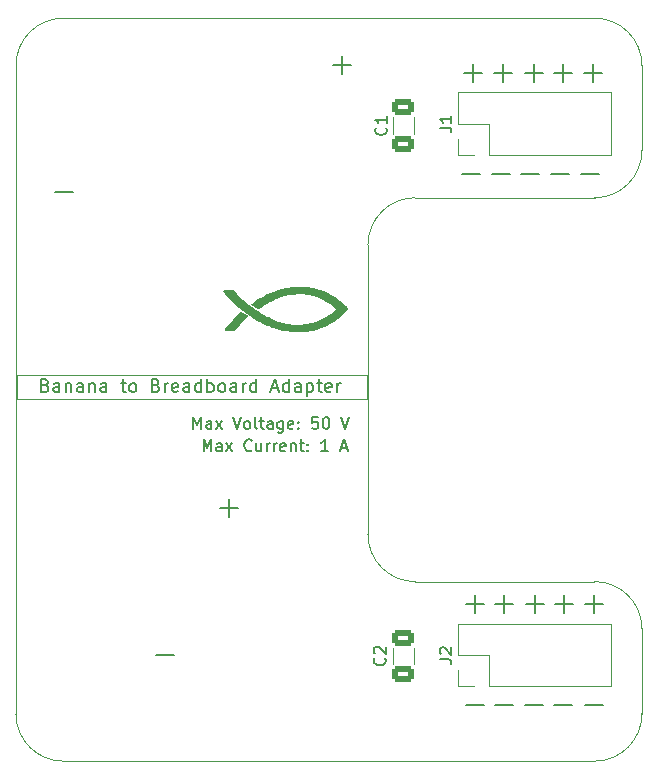
<source format=gto>
G04 #@! TF.GenerationSoftware,KiCad,Pcbnew,9.0.3*
G04 #@! TF.CreationDate,2025-08-14T23:55:57-06:00*
G04 #@! TF.ProjectId,ProtoboardSourcePCB,50726f74-6f62-46f6-9172-64536f757263,rev?*
G04 #@! TF.SameCoordinates,Original*
G04 #@! TF.FileFunction,Legend,Top*
G04 #@! TF.FilePolarity,Positive*
%FSLAX46Y46*%
G04 Gerber Fmt 4.6, Leading zero omitted, Abs format (unit mm)*
G04 Created by KiCad (PCBNEW 9.0.3) date 2025-08-14 23:55:57*
%MOMM*%
%LPD*%
G01*
G04 APERTURE LIST*
G04 Aperture macros list*
%AMRoundRect*
0 Rectangle with rounded corners*
0 $1 Rounding radius*
0 $2 $3 $4 $5 $6 $7 $8 $9 X,Y pos of 4 corners*
0 Add a 4 corners polygon primitive as box body*
4,1,4,$2,$3,$4,$5,$6,$7,$8,$9,$2,$3,0*
0 Add four circle primitives for the rounded corners*
1,1,$1+$1,$2,$3*
1,1,$1+$1,$4,$5*
1,1,$1+$1,$6,$7*
1,1,$1+$1,$8,$9*
0 Add four rect primitives between the rounded corners*
20,1,$1+$1,$2,$3,$4,$5,0*
20,1,$1+$1,$4,$5,$6,$7,0*
20,1,$1+$1,$6,$7,$8,$9,0*
20,1,$1+$1,$8,$9,$2,$3,0*%
G04 Aperture macros list end*
%ADD10C,0.150000*%
%ADD11C,0.100000*%
%ADD12C,0.000000*%
%ADD13C,0.120000*%
%ADD14C,3.200000*%
%ADD15RoundRect,0.250000X0.650000X-0.412500X0.650000X0.412500X-0.650000X0.412500X-0.650000X-0.412500X0*%
%ADD16C,12.000000*%
%ADD17R,1.700000X1.700000*%
%ADD18C,1.700000*%
%ADD19RoundRect,0.250000X-0.650000X0.412500X-0.650000X-0.412500X0.650000X-0.412500X0.650000X0.412500X0*%
G04 #@! TA.AperFunction,Profile*
%ADD20C,0.050000*%
G04 #@! TD*
G04 APERTURE END LIST*
D10*
X125229636Y-74569819D02*
X125229636Y-73569819D01*
X125229636Y-73569819D02*
X125552969Y-74284104D01*
X125552969Y-74284104D02*
X125876303Y-73569819D01*
X125876303Y-73569819D02*
X125876303Y-74569819D01*
X126753921Y-74569819D02*
X126753921Y-74046009D01*
X126753921Y-74046009D02*
X126707731Y-73950771D01*
X126707731Y-73950771D02*
X126615350Y-73903152D01*
X126615350Y-73903152D02*
X126430588Y-73903152D01*
X126430588Y-73903152D02*
X126338207Y-73950771D01*
X126753921Y-74522200D02*
X126661540Y-74569819D01*
X126661540Y-74569819D02*
X126430588Y-74569819D01*
X126430588Y-74569819D02*
X126338207Y-74522200D01*
X126338207Y-74522200D02*
X126292016Y-74426961D01*
X126292016Y-74426961D02*
X126292016Y-74331723D01*
X126292016Y-74331723D02*
X126338207Y-74236485D01*
X126338207Y-74236485D02*
X126430588Y-74188866D01*
X126430588Y-74188866D02*
X126661540Y-74188866D01*
X126661540Y-74188866D02*
X126753921Y-74141247D01*
X127123445Y-74569819D02*
X127631540Y-73903152D01*
X127123445Y-73903152D02*
X127631540Y-74569819D01*
X128601540Y-73569819D02*
X128924874Y-74569819D01*
X128924874Y-74569819D02*
X129248207Y-73569819D01*
X129710112Y-74569819D02*
X129617731Y-74522200D01*
X129617731Y-74522200D02*
X129571541Y-74474580D01*
X129571541Y-74474580D02*
X129525350Y-74379342D01*
X129525350Y-74379342D02*
X129525350Y-74093628D01*
X129525350Y-74093628D02*
X129571541Y-73998390D01*
X129571541Y-73998390D02*
X129617731Y-73950771D01*
X129617731Y-73950771D02*
X129710112Y-73903152D01*
X129710112Y-73903152D02*
X129848684Y-73903152D01*
X129848684Y-73903152D02*
X129941065Y-73950771D01*
X129941065Y-73950771D02*
X129987255Y-73998390D01*
X129987255Y-73998390D02*
X130033446Y-74093628D01*
X130033446Y-74093628D02*
X130033446Y-74379342D01*
X130033446Y-74379342D02*
X129987255Y-74474580D01*
X129987255Y-74474580D02*
X129941065Y-74522200D01*
X129941065Y-74522200D02*
X129848684Y-74569819D01*
X129848684Y-74569819D02*
X129710112Y-74569819D01*
X130587731Y-74569819D02*
X130495350Y-74522200D01*
X130495350Y-74522200D02*
X130449160Y-74426961D01*
X130449160Y-74426961D02*
X130449160Y-73569819D01*
X130818683Y-73903152D02*
X131188207Y-73903152D01*
X130957255Y-73569819D02*
X130957255Y-74426961D01*
X130957255Y-74426961D02*
X131003445Y-74522200D01*
X131003445Y-74522200D02*
X131095826Y-74569819D01*
X131095826Y-74569819D02*
X131188207Y-74569819D01*
X131927255Y-74569819D02*
X131927255Y-74046009D01*
X131927255Y-74046009D02*
X131881065Y-73950771D01*
X131881065Y-73950771D02*
X131788684Y-73903152D01*
X131788684Y-73903152D02*
X131603922Y-73903152D01*
X131603922Y-73903152D02*
X131511541Y-73950771D01*
X131927255Y-74522200D02*
X131834874Y-74569819D01*
X131834874Y-74569819D02*
X131603922Y-74569819D01*
X131603922Y-74569819D02*
X131511541Y-74522200D01*
X131511541Y-74522200D02*
X131465350Y-74426961D01*
X131465350Y-74426961D02*
X131465350Y-74331723D01*
X131465350Y-74331723D02*
X131511541Y-74236485D01*
X131511541Y-74236485D02*
X131603922Y-74188866D01*
X131603922Y-74188866D02*
X131834874Y-74188866D01*
X131834874Y-74188866D02*
X131927255Y-74141247D01*
X132804874Y-73903152D02*
X132804874Y-74712676D01*
X132804874Y-74712676D02*
X132758684Y-74807914D01*
X132758684Y-74807914D02*
X132712493Y-74855533D01*
X132712493Y-74855533D02*
X132620112Y-74903152D01*
X132620112Y-74903152D02*
X132481541Y-74903152D01*
X132481541Y-74903152D02*
X132389160Y-74855533D01*
X132804874Y-74522200D02*
X132712493Y-74569819D01*
X132712493Y-74569819D02*
X132527731Y-74569819D01*
X132527731Y-74569819D02*
X132435350Y-74522200D01*
X132435350Y-74522200D02*
X132389160Y-74474580D01*
X132389160Y-74474580D02*
X132342969Y-74379342D01*
X132342969Y-74379342D02*
X132342969Y-74093628D01*
X132342969Y-74093628D02*
X132389160Y-73998390D01*
X132389160Y-73998390D02*
X132435350Y-73950771D01*
X132435350Y-73950771D02*
X132527731Y-73903152D01*
X132527731Y-73903152D02*
X132712493Y-73903152D01*
X132712493Y-73903152D02*
X132804874Y-73950771D01*
X133636303Y-74522200D02*
X133543922Y-74569819D01*
X133543922Y-74569819D02*
X133359160Y-74569819D01*
X133359160Y-74569819D02*
X133266779Y-74522200D01*
X133266779Y-74522200D02*
X133220588Y-74426961D01*
X133220588Y-74426961D02*
X133220588Y-74046009D01*
X133220588Y-74046009D02*
X133266779Y-73950771D01*
X133266779Y-73950771D02*
X133359160Y-73903152D01*
X133359160Y-73903152D02*
X133543922Y-73903152D01*
X133543922Y-73903152D02*
X133636303Y-73950771D01*
X133636303Y-73950771D02*
X133682493Y-74046009D01*
X133682493Y-74046009D02*
X133682493Y-74141247D01*
X133682493Y-74141247D02*
X133220588Y-74236485D01*
X134098208Y-74474580D02*
X134144398Y-74522200D01*
X134144398Y-74522200D02*
X134098208Y-74569819D01*
X134098208Y-74569819D02*
X134052017Y-74522200D01*
X134052017Y-74522200D02*
X134098208Y-74474580D01*
X134098208Y-74474580D02*
X134098208Y-74569819D01*
X134098208Y-73950771D02*
X134144398Y-73998390D01*
X134144398Y-73998390D02*
X134098208Y-74046009D01*
X134098208Y-74046009D02*
X134052017Y-73998390D01*
X134052017Y-73998390D02*
X134098208Y-73950771D01*
X134098208Y-73950771D02*
X134098208Y-74046009D01*
X135761066Y-73569819D02*
X135299161Y-73569819D01*
X135299161Y-73569819D02*
X135252970Y-74046009D01*
X135252970Y-74046009D02*
X135299161Y-73998390D01*
X135299161Y-73998390D02*
X135391542Y-73950771D01*
X135391542Y-73950771D02*
X135622494Y-73950771D01*
X135622494Y-73950771D02*
X135714875Y-73998390D01*
X135714875Y-73998390D02*
X135761066Y-74046009D01*
X135761066Y-74046009D02*
X135807256Y-74141247D01*
X135807256Y-74141247D02*
X135807256Y-74379342D01*
X135807256Y-74379342D02*
X135761066Y-74474580D01*
X135761066Y-74474580D02*
X135714875Y-74522200D01*
X135714875Y-74522200D02*
X135622494Y-74569819D01*
X135622494Y-74569819D02*
X135391542Y-74569819D01*
X135391542Y-74569819D02*
X135299161Y-74522200D01*
X135299161Y-74522200D02*
X135252970Y-74474580D01*
X136407733Y-73569819D02*
X136500114Y-73569819D01*
X136500114Y-73569819D02*
X136592495Y-73617438D01*
X136592495Y-73617438D02*
X136638685Y-73665057D01*
X136638685Y-73665057D02*
X136684876Y-73760295D01*
X136684876Y-73760295D02*
X136731066Y-73950771D01*
X136731066Y-73950771D02*
X136731066Y-74188866D01*
X136731066Y-74188866D02*
X136684876Y-74379342D01*
X136684876Y-74379342D02*
X136638685Y-74474580D01*
X136638685Y-74474580D02*
X136592495Y-74522200D01*
X136592495Y-74522200D02*
X136500114Y-74569819D01*
X136500114Y-74569819D02*
X136407733Y-74569819D01*
X136407733Y-74569819D02*
X136315352Y-74522200D01*
X136315352Y-74522200D02*
X136269161Y-74474580D01*
X136269161Y-74474580D02*
X136222971Y-74379342D01*
X136222971Y-74379342D02*
X136176780Y-74188866D01*
X136176780Y-74188866D02*
X136176780Y-73950771D01*
X136176780Y-73950771D02*
X136222971Y-73760295D01*
X136222971Y-73760295D02*
X136269161Y-73665057D01*
X136269161Y-73665057D02*
X136315352Y-73617438D01*
X136315352Y-73617438D02*
X136407733Y-73569819D01*
X137747257Y-73569819D02*
X138070591Y-74569819D01*
X138070591Y-74569819D02*
X138393924Y-73569819D01*
X126079636Y-76469819D02*
X126079636Y-75469819D01*
X126079636Y-75469819D02*
X126402969Y-76184104D01*
X126402969Y-76184104D02*
X126726303Y-75469819D01*
X126726303Y-75469819D02*
X126726303Y-76469819D01*
X127603921Y-76469819D02*
X127603921Y-75946009D01*
X127603921Y-75946009D02*
X127557731Y-75850771D01*
X127557731Y-75850771D02*
X127465350Y-75803152D01*
X127465350Y-75803152D02*
X127280588Y-75803152D01*
X127280588Y-75803152D02*
X127188207Y-75850771D01*
X127603921Y-76422200D02*
X127511540Y-76469819D01*
X127511540Y-76469819D02*
X127280588Y-76469819D01*
X127280588Y-76469819D02*
X127188207Y-76422200D01*
X127188207Y-76422200D02*
X127142016Y-76326961D01*
X127142016Y-76326961D02*
X127142016Y-76231723D01*
X127142016Y-76231723D02*
X127188207Y-76136485D01*
X127188207Y-76136485D02*
X127280588Y-76088866D01*
X127280588Y-76088866D02*
X127511540Y-76088866D01*
X127511540Y-76088866D02*
X127603921Y-76041247D01*
X127973445Y-76469819D02*
X128481540Y-75803152D01*
X127973445Y-75803152D02*
X128481540Y-76469819D01*
X130144398Y-76374580D02*
X130098207Y-76422200D01*
X130098207Y-76422200D02*
X129959636Y-76469819D01*
X129959636Y-76469819D02*
X129867255Y-76469819D01*
X129867255Y-76469819D02*
X129728683Y-76422200D01*
X129728683Y-76422200D02*
X129636302Y-76326961D01*
X129636302Y-76326961D02*
X129590112Y-76231723D01*
X129590112Y-76231723D02*
X129543921Y-76041247D01*
X129543921Y-76041247D02*
X129543921Y-75898390D01*
X129543921Y-75898390D02*
X129590112Y-75707914D01*
X129590112Y-75707914D02*
X129636302Y-75612676D01*
X129636302Y-75612676D02*
X129728683Y-75517438D01*
X129728683Y-75517438D02*
X129867255Y-75469819D01*
X129867255Y-75469819D02*
X129959636Y-75469819D01*
X129959636Y-75469819D02*
X130098207Y-75517438D01*
X130098207Y-75517438D02*
X130144398Y-75565057D01*
X130975826Y-75803152D02*
X130975826Y-76469819D01*
X130560112Y-75803152D02*
X130560112Y-76326961D01*
X130560112Y-76326961D02*
X130606302Y-76422200D01*
X130606302Y-76422200D02*
X130698683Y-76469819D01*
X130698683Y-76469819D02*
X130837255Y-76469819D01*
X130837255Y-76469819D02*
X130929636Y-76422200D01*
X130929636Y-76422200D02*
X130975826Y-76374580D01*
X131437731Y-76469819D02*
X131437731Y-75803152D01*
X131437731Y-75993628D02*
X131483921Y-75898390D01*
X131483921Y-75898390D02*
X131530112Y-75850771D01*
X131530112Y-75850771D02*
X131622493Y-75803152D01*
X131622493Y-75803152D02*
X131714874Y-75803152D01*
X132038207Y-76469819D02*
X132038207Y-75803152D01*
X132038207Y-75993628D02*
X132084397Y-75898390D01*
X132084397Y-75898390D02*
X132130588Y-75850771D01*
X132130588Y-75850771D02*
X132222969Y-75803152D01*
X132222969Y-75803152D02*
X132315350Y-75803152D01*
X133008207Y-76422200D02*
X132915826Y-76469819D01*
X132915826Y-76469819D02*
X132731064Y-76469819D01*
X132731064Y-76469819D02*
X132638683Y-76422200D01*
X132638683Y-76422200D02*
X132592492Y-76326961D01*
X132592492Y-76326961D02*
X132592492Y-75946009D01*
X132592492Y-75946009D02*
X132638683Y-75850771D01*
X132638683Y-75850771D02*
X132731064Y-75803152D01*
X132731064Y-75803152D02*
X132915826Y-75803152D01*
X132915826Y-75803152D02*
X133008207Y-75850771D01*
X133008207Y-75850771D02*
X133054397Y-75946009D01*
X133054397Y-75946009D02*
X133054397Y-76041247D01*
X133054397Y-76041247D02*
X132592492Y-76136485D01*
X133470112Y-75803152D02*
X133470112Y-76469819D01*
X133470112Y-75898390D02*
X133516302Y-75850771D01*
X133516302Y-75850771D02*
X133608683Y-75803152D01*
X133608683Y-75803152D02*
X133747255Y-75803152D01*
X133747255Y-75803152D02*
X133839636Y-75850771D01*
X133839636Y-75850771D02*
X133885826Y-75946009D01*
X133885826Y-75946009D02*
X133885826Y-76469819D01*
X134209159Y-75803152D02*
X134578683Y-75803152D01*
X134347731Y-75469819D02*
X134347731Y-76326961D01*
X134347731Y-76326961D02*
X134393921Y-76422200D01*
X134393921Y-76422200D02*
X134486302Y-76469819D01*
X134486302Y-76469819D02*
X134578683Y-76469819D01*
X134902017Y-76374580D02*
X134948207Y-76422200D01*
X134948207Y-76422200D02*
X134902017Y-76469819D01*
X134902017Y-76469819D02*
X134855826Y-76422200D01*
X134855826Y-76422200D02*
X134902017Y-76374580D01*
X134902017Y-76374580D02*
X134902017Y-76469819D01*
X134902017Y-75850771D02*
X134948207Y-75898390D01*
X134948207Y-75898390D02*
X134902017Y-75946009D01*
X134902017Y-75946009D02*
X134855826Y-75898390D01*
X134855826Y-75898390D02*
X134902017Y-75850771D01*
X134902017Y-75850771D02*
X134902017Y-75946009D01*
X136611065Y-76469819D02*
X136056779Y-76469819D01*
X136333922Y-76469819D02*
X136333922Y-75469819D01*
X136333922Y-75469819D02*
X136241541Y-75612676D01*
X136241541Y-75612676D02*
X136149160Y-75707914D01*
X136149160Y-75707914D02*
X136056779Y-75755533D01*
X137719637Y-76184104D02*
X138181542Y-76184104D01*
X137627256Y-76469819D02*
X137950590Y-75469819D01*
X137950590Y-75469819D02*
X138273923Y-76469819D01*
D11*
X110250000Y-70000000D02*
X139950000Y-70000000D01*
X139950000Y-72000000D01*
X110250000Y-72000000D01*
X110250000Y-70000000D01*
D10*
X155774874Y-44435533D02*
X157298684Y-44435533D01*
X156536779Y-45197438D02*
X156536779Y-43673628D01*
X155774874Y-97985533D02*
X157298684Y-97985533D01*
X112677255Y-70881390D02*
X112834398Y-70933771D01*
X112834398Y-70933771D02*
X112886779Y-70986152D01*
X112886779Y-70986152D02*
X112939160Y-71090914D01*
X112939160Y-71090914D02*
X112939160Y-71248057D01*
X112939160Y-71248057D02*
X112886779Y-71352819D01*
X112886779Y-71352819D02*
X112834398Y-71405200D01*
X112834398Y-71405200D02*
X112729636Y-71457580D01*
X112729636Y-71457580D02*
X112310588Y-71457580D01*
X112310588Y-71457580D02*
X112310588Y-70357580D01*
X112310588Y-70357580D02*
X112677255Y-70357580D01*
X112677255Y-70357580D02*
X112782017Y-70409961D01*
X112782017Y-70409961D02*
X112834398Y-70462342D01*
X112834398Y-70462342D02*
X112886779Y-70567104D01*
X112886779Y-70567104D02*
X112886779Y-70671866D01*
X112886779Y-70671866D02*
X112834398Y-70776628D01*
X112834398Y-70776628D02*
X112782017Y-70829009D01*
X112782017Y-70829009D02*
X112677255Y-70881390D01*
X112677255Y-70881390D02*
X112310588Y-70881390D01*
X113882017Y-71457580D02*
X113882017Y-70881390D01*
X113882017Y-70881390D02*
X113829636Y-70776628D01*
X113829636Y-70776628D02*
X113724874Y-70724247D01*
X113724874Y-70724247D02*
X113515350Y-70724247D01*
X113515350Y-70724247D02*
X113410588Y-70776628D01*
X113882017Y-71405200D02*
X113777255Y-71457580D01*
X113777255Y-71457580D02*
X113515350Y-71457580D01*
X113515350Y-71457580D02*
X113410588Y-71405200D01*
X113410588Y-71405200D02*
X113358207Y-71300438D01*
X113358207Y-71300438D02*
X113358207Y-71195676D01*
X113358207Y-71195676D02*
X113410588Y-71090914D01*
X113410588Y-71090914D02*
X113515350Y-71038533D01*
X113515350Y-71038533D02*
X113777255Y-71038533D01*
X113777255Y-71038533D02*
X113882017Y-70986152D01*
X114405826Y-70724247D02*
X114405826Y-71457580D01*
X114405826Y-70829009D02*
X114458207Y-70776628D01*
X114458207Y-70776628D02*
X114562969Y-70724247D01*
X114562969Y-70724247D02*
X114720112Y-70724247D01*
X114720112Y-70724247D02*
X114824874Y-70776628D01*
X114824874Y-70776628D02*
X114877255Y-70881390D01*
X114877255Y-70881390D02*
X114877255Y-71457580D01*
X115872493Y-71457580D02*
X115872493Y-70881390D01*
X115872493Y-70881390D02*
X115820112Y-70776628D01*
X115820112Y-70776628D02*
X115715350Y-70724247D01*
X115715350Y-70724247D02*
X115505826Y-70724247D01*
X115505826Y-70724247D02*
X115401064Y-70776628D01*
X115872493Y-71405200D02*
X115767731Y-71457580D01*
X115767731Y-71457580D02*
X115505826Y-71457580D01*
X115505826Y-71457580D02*
X115401064Y-71405200D01*
X115401064Y-71405200D02*
X115348683Y-71300438D01*
X115348683Y-71300438D02*
X115348683Y-71195676D01*
X115348683Y-71195676D02*
X115401064Y-71090914D01*
X115401064Y-71090914D02*
X115505826Y-71038533D01*
X115505826Y-71038533D02*
X115767731Y-71038533D01*
X115767731Y-71038533D02*
X115872493Y-70986152D01*
X116396302Y-70724247D02*
X116396302Y-71457580D01*
X116396302Y-70829009D02*
X116448683Y-70776628D01*
X116448683Y-70776628D02*
X116553445Y-70724247D01*
X116553445Y-70724247D02*
X116710588Y-70724247D01*
X116710588Y-70724247D02*
X116815350Y-70776628D01*
X116815350Y-70776628D02*
X116867731Y-70881390D01*
X116867731Y-70881390D02*
X116867731Y-71457580D01*
X117862969Y-71457580D02*
X117862969Y-70881390D01*
X117862969Y-70881390D02*
X117810588Y-70776628D01*
X117810588Y-70776628D02*
X117705826Y-70724247D01*
X117705826Y-70724247D02*
X117496302Y-70724247D01*
X117496302Y-70724247D02*
X117391540Y-70776628D01*
X117862969Y-71405200D02*
X117758207Y-71457580D01*
X117758207Y-71457580D02*
X117496302Y-71457580D01*
X117496302Y-71457580D02*
X117391540Y-71405200D01*
X117391540Y-71405200D02*
X117339159Y-71300438D01*
X117339159Y-71300438D02*
X117339159Y-71195676D01*
X117339159Y-71195676D02*
X117391540Y-71090914D01*
X117391540Y-71090914D02*
X117496302Y-71038533D01*
X117496302Y-71038533D02*
X117758207Y-71038533D01*
X117758207Y-71038533D02*
X117862969Y-70986152D01*
X119067730Y-70724247D02*
X119486778Y-70724247D01*
X119224873Y-70357580D02*
X119224873Y-71300438D01*
X119224873Y-71300438D02*
X119277254Y-71405200D01*
X119277254Y-71405200D02*
X119382016Y-71457580D01*
X119382016Y-71457580D02*
X119486778Y-71457580D01*
X120010587Y-71457580D02*
X119905825Y-71405200D01*
X119905825Y-71405200D02*
X119853444Y-71352819D01*
X119853444Y-71352819D02*
X119801063Y-71248057D01*
X119801063Y-71248057D02*
X119801063Y-70933771D01*
X119801063Y-70933771D02*
X119853444Y-70829009D01*
X119853444Y-70829009D02*
X119905825Y-70776628D01*
X119905825Y-70776628D02*
X120010587Y-70724247D01*
X120010587Y-70724247D02*
X120167730Y-70724247D01*
X120167730Y-70724247D02*
X120272492Y-70776628D01*
X120272492Y-70776628D02*
X120324873Y-70829009D01*
X120324873Y-70829009D02*
X120377254Y-70933771D01*
X120377254Y-70933771D02*
X120377254Y-71248057D01*
X120377254Y-71248057D02*
X120324873Y-71352819D01*
X120324873Y-71352819D02*
X120272492Y-71405200D01*
X120272492Y-71405200D02*
X120167730Y-71457580D01*
X120167730Y-71457580D02*
X120010587Y-71457580D01*
X122053444Y-70881390D02*
X122210587Y-70933771D01*
X122210587Y-70933771D02*
X122262968Y-70986152D01*
X122262968Y-70986152D02*
X122315349Y-71090914D01*
X122315349Y-71090914D02*
X122315349Y-71248057D01*
X122315349Y-71248057D02*
X122262968Y-71352819D01*
X122262968Y-71352819D02*
X122210587Y-71405200D01*
X122210587Y-71405200D02*
X122105825Y-71457580D01*
X122105825Y-71457580D02*
X121686777Y-71457580D01*
X121686777Y-71457580D02*
X121686777Y-70357580D01*
X121686777Y-70357580D02*
X122053444Y-70357580D01*
X122053444Y-70357580D02*
X122158206Y-70409961D01*
X122158206Y-70409961D02*
X122210587Y-70462342D01*
X122210587Y-70462342D02*
X122262968Y-70567104D01*
X122262968Y-70567104D02*
X122262968Y-70671866D01*
X122262968Y-70671866D02*
X122210587Y-70776628D01*
X122210587Y-70776628D02*
X122158206Y-70829009D01*
X122158206Y-70829009D02*
X122053444Y-70881390D01*
X122053444Y-70881390D02*
X121686777Y-70881390D01*
X122786777Y-71457580D02*
X122786777Y-70724247D01*
X122786777Y-70933771D02*
X122839158Y-70829009D01*
X122839158Y-70829009D02*
X122891539Y-70776628D01*
X122891539Y-70776628D02*
X122996301Y-70724247D01*
X122996301Y-70724247D02*
X123101063Y-70724247D01*
X123886777Y-71405200D02*
X123782015Y-71457580D01*
X123782015Y-71457580D02*
X123572491Y-71457580D01*
X123572491Y-71457580D02*
X123467729Y-71405200D01*
X123467729Y-71405200D02*
X123415348Y-71300438D01*
X123415348Y-71300438D02*
X123415348Y-70881390D01*
X123415348Y-70881390D02*
X123467729Y-70776628D01*
X123467729Y-70776628D02*
X123572491Y-70724247D01*
X123572491Y-70724247D02*
X123782015Y-70724247D01*
X123782015Y-70724247D02*
X123886777Y-70776628D01*
X123886777Y-70776628D02*
X123939158Y-70881390D01*
X123939158Y-70881390D02*
X123939158Y-70986152D01*
X123939158Y-70986152D02*
X123415348Y-71090914D01*
X124882015Y-71457580D02*
X124882015Y-70881390D01*
X124882015Y-70881390D02*
X124829634Y-70776628D01*
X124829634Y-70776628D02*
X124724872Y-70724247D01*
X124724872Y-70724247D02*
X124515348Y-70724247D01*
X124515348Y-70724247D02*
X124410586Y-70776628D01*
X124882015Y-71405200D02*
X124777253Y-71457580D01*
X124777253Y-71457580D02*
X124515348Y-71457580D01*
X124515348Y-71457580D02*
X124410586Y-71405200D01*
X124410586Y-71405200D02*
X124358205Y-71300438D01*
X124358205Y-71300438D02*
X124358205Y-71195676D01*
X124358205Y-71195676D02*
X124410586Y-71090914D01*
X124410586Y-71090914D02*
X124515348Y-71038533D01*
X124515348Y-71038533D02*
X124777253Y-71038533D01*
X124777253Y-71038533D02*
X124882015Y-70986152D01*
X125877253Y-71457580D02*
X125877253Y-70357580D01*
X125877253Y-71405200D02*
X125772491Y-71457580D01*
X125772491Y-71457580D02*
X125562967Y-71457580D01*
X125562967Y-71457580D02*
X125458205Y-71405200D01*
X125458205Y-71405200D02*
X125405824Y-71352819D01*
X125405824Y-71352819D02*
X125353443Y-71248057D01*
X125353443Y-71248057D02*
X125353443Y-70933771D01*
X125353443Y-70933771D02*
X125405824Y-70829009D01*
X125405824Y-70829009D02*
X125458205Y-70776628D01*
X125458205Y-70776628D02*
X125562967Y-70724247D01*
X125562967Y-70724247D02*
X125772491Y-70724247D01*
X125772491Y-70724247D02*
X125877253Y-70776628D01*
X126401062Y-71457580D02*
X126401062Y-70357580D01*
X126401062Y-70776628D02*
X126505824Y-70724247D01*
X126505824Y-70724247D02*
X126715348Y-70724247D01*
X126715348Y-70724247D02*
X126820110Y-70776628D01*
X126820110Y-70776628D02*
X126872491Y-70829009D01*
X126872491Y-70829009D02*
X126924872Y-70933771D01*
X126924872Y-70933771D02*
X126924872Y-71248057D01*
X126924872Y-71248057D02*
X126872491Y-71352819D01*
X126872491Y-71352819D02*
X126820110Y-71405200D01*
X126820110Y-71405200D02*
X126715348Y-71457580D01*
X126715348Y-71457580D02*
X126505824Y-71457580D01*
X126505824Y-71457580D02*
X126401062Y-71405200D01*
X127553443Y-71457580D02*
X127448681Y-71405200D01*
X127448681Y-71405200D02*
X127396300Y-71352819D01*
X127396300Y-71352819D02*
X127343919Y-71248057D01*
X127343919Y-71248057D02*
X127343919Y-70933771D01*
X127343919Y-70933771D02*
X127396300Y-70829009D01*
X127396300Y-70829009D02*
X127448681Y-70776628D01*
X127448681Y-70776628D02*
X127553443Y-70724247D01*
X127553443Y-70724247D02*
X127710586Y-70724247D01*
X127710586Y-70724247D02*
X127815348Y-70776628D01*
X127815348Y-70776628D02*
X127867729Y-70829009D01*
X127867729Y-70829009D02*
X127920110Y-70933771D01*
X127920110Y-70933771D02*
X127920110Y-71248057D01*
X127920110Y-71248057D02*
X127867729Y-71352819D01*
X127867729Y-71352819D02*
X127815348Y-71405200D01*
X127815348Y-71405200D02*
X127710586Y-71457580D01*
X127710586Y-71457580D02*
X127553443Y-71457580D01*
X128862967Y-71457580D02*
X128862967Y-70881390D01*
X128862967Y-70881390D02*
X128810586Y-70776628D01*
X128810586Y-70776628D02*
X128705824Y-70724247D01*
X128705824Y-70724247D02*
X128496300Y-70724247D01*
X128496300Y-70724247D02*
X128391538Y-70776628D01*
X128862967Y-71405200D02*
X128758205Y-71457580D01*
X128758205Y-71457580D02*
X128496300Y-71457580D01*
X128496300Y-71457580D02*
X128391538Y-71405200D01*
X128391538Y-71405200D02*
X128339157Y-71300438D01*
X128339157Y-71300438D02*
X128339157Y-71195676D01*
X128339157Y-71195676D02*
X128391538Y-71090914D01*
X128391538Y-71090914D02*
X128496300Y-71038533D01*
X128496300Y-71038533D02*
X128758205Y-71038533D01*
X128758205Y-71038533D02*
X128862967Y-70986152D01*
X129386776Y-71457580D02*
X129386776Y-70724247D01*
X129386776Y-70933771D02*
X129439157Y-70829009D01*
X129439157Y-70829009D02*
X129491538Y-70776628D01*
X129491538Y-70776628D02*
X129596300Y-70724247D01*
X129596300Y-70724247D02*
X129701062Y-70724247D01*
X130539157Y-71457580D02*
X130539157Y-70357580D01*
X130539157Y-71405200D02*
X130434395Y-71457580D01*
X130434395Y-71457580D02*
X130224871Y-71457580D01*
X130224871Y-71457580D02*
X130120109Y-71405200D01*
X130120109Y-71405200D02*
X130067728Y-71352819D01*
X130067728Y-71352819D02*
X130015347Y-71248057D01*
X130015347Y-71248057D02*
X130015347Y-70933771D01*
X130015347Y-70933771D02*
X130067728Y-70829009D01*
X130067728Y-70829009D02*
X130120109Y-70776628D01*
X130120109Y-70776628D02*
X130224871Y-70724247D01*
X130224871Y-70724247D02*
X130434395Y-70724247D01*
X130434395Y-70724247D02*
X130539157Y-70776628D01*
X131848680Y-71143295D02*
X132372490Y-71143295D01*
X131743918Y-71457580D02*
X132110585Y-70357580D01*
X132110585Y-70357580D02*
X132477252Y-71457580D01*
X133315347Y-71457580D02*
X133315347Y-70357580D01*
X133315347Y-71405200D02*
X133210585Y-71457580D01*
X133210585Y-71457580D02*
X133001061Y-71457580D01*
X133001061Y-71457580D02*
X132896299Y-71405200D01*
X132896299Y-71405200D02*
X132843918Y-71352819D01*
X132843918Y-71352819D02*
X132791537Y-71248057D01*
X132791537Y-71248057D02*
X132791537Y-70933771D01*
X132791537Y-70933771D02*
X132843918Y-70829009D01*
X132843918Y-70829009D02*
X132896299Y-70776628D01*
X132896299Y-70776628D02*
X133001061Y-70724247D01*
X133001061Y-70724247D02*
X133210585Y-70724247D01*
X133210585Y-70724247D02*
X133315347Y-70776628D01*
X134310585Y-71457580D02*
X134310585Y-70881390D01*
X134310585Y-70881390D02*
X134258204Y-70776628D01*
X134258204Y-70776628D02*
X134153442Y-70724247D01*
X134153442Y-70724247D02*
X133943918Y-70724247D01*
X133943918Y-70724247D02*
X133839156Y-70776628D01*
X134310585Y-71405200D02*
X134205823Y-71457580D01*
X134205823Y-71457580D02*
X133943918Y-71457580D01*
X133943918Y-71457580D02*
X133839156Y-71405200D01*
X133839156Y-71405200D02*
X133786775Y-71300438D01*
X133786775Y-71300438D02*
X133786775Y-71195676D01*
X133786775Y-71195676D02*
X133839156Y-71090914D01*
X133839156Y-71090914D02*
X133943918Y-71038533D01*
X133943918Y-71038533D02*
X134205823Y-71038533D01*
X134205823Y-71038533D02*
X134310585Y-70986152D01*
X134834394Y-70724247D02*
X134834394Y-71824247D01*
X134834394Y-70776628D02*
X134939156Y-70724247D01*
X134939156Y-70724247D02*
X135148680Y-70724247D01*
X135148680Y-70724247D02*
X135253442Y-70776628D01*
X135253442Y-70776628D02*
X135305823Y-70829009D01*
X135305823Y-70829009D02*
X135358204Y-70933771D01*
X135358204Y-70933771D02*
X135358204Y-71248057D01*
X135358204Y-71248057D02*
X135305823Y-71352819D01*
X135305823Y-71352819D02*
X135253442Y-71405200D01*
X135253442Y-71405200D02*
X135148680Y-71457580D01*
X135148680Y-71457580D02*
X134939156Y-71457580D01*
X134939156Y-71457580D02*
X134834394Y-71405200D01*
X135672489Y-70724247D02*
X136091537Y-70724247D01*
X135829632Y-70357580D02*
X135829632Y-71300438D01*
X135829632Y-71300438D02*
X135882013Y-71405200D01*
X135882013Y-71405200D02*
X135986775Y-71457580D01*
X135986775Y-71457580D02*
X136091537Y-71457580D01*
X136877251Y-71405200D02*
X136772489Y-71457580D01*
X136772489Y-71457580D02*
X136562965Y-71457580D01*
X136562965Y-71457580D02*
X136458203Y-71405200D01*
X136458203Y-71405200D02*
X136405822Y-71300438D01*
X136405822Y-71300438D02*
X136405822Y-70881390D01*
X136405822Y-70881390D02*
X136458203Y-70776628D01*
X136458203Y-70776628D02*
X136562965Y-70724247D01*
X136562965Y-70724247D02*
X136772489Y-70724247D01*
X136772489Y-70724247D02*
X136877251Y-70776628D01*
X136877251Y-70776628D02*
X136929632Y-70881390D01*
X136929632Y-70881390D02*
X136929632Y-70986152D01*
X136929632Y-70986152D02*
X136405822Y-71090914D01*
X137401060Y-71457580D02*
X137401060Y-70724247D01*
X137401060Y-70933771D02*
X137453441Y-70829009D01*
X137453441Y-70829009D02*
X137505822Y-70776628D01*
X137505822Y-70776628D02*
X137610584Y-70724247D01*
X137610584Y-70724247D02*
X137715346Y-70724247D01*
X150774874Y-89435533D02*
X152298684Y-89435533D01*
X151536779Y-90197438D02*
X151536779Y-88673628D01*
X155474874Y-52985533D02*
X156998684Y-52985533D01*
X155874874Y-89435533D02*
X157398684Y-89435533D01*
X156636779Y-90197438D02*
X156636779Y-88673628D01*
X148274874Y-97985533D02*
X149798684Y-97985533D01*
X152974874Y-52985533D02*
X154498684Y-52985533D01*
X158074874Y-52985533D02*
X159598684Y-52985533D01*
X158374874Y-89435533D02*
X159898684Y-89435533D01*
X159136779Y-90197438D02*
X159136779Y-88673628D01*
X153274874Y-97985533D02*
X154798684Y-97985533D01*
X150774874Y-97985533D02*
X152298684Y-97985533D01*
X158374874Y-97985533D02*
X159898684Y-97985533D01*
X153274874Y-44435533D02*
X154798684Y-44435533D01*
X154036779Y-45197438D02*
X154036779Y-43673628D01*
X137074874Y-43785533D02*
X138598684Y-43785533D01*
X137836779Y-44547438D02*
X137836779Y-43023628D01*
X122024874Y-93735533D02*
X123548684Y-93735533D01*
X113524874Y-54485533D02*
X115048684Y-54485533D01*
X148274874Y-89435533D02*
X149798684Y-89435533D01*
X149036779Y-90197438D02*
X149036779Y-88673628D01*
X147974874Y-52985533D02*
X149498684Y-52985533D01*
X150474874Y-52985533D02*
X151998684Y-52985533D01*
X127474874Y-81235533D02*
X128998684Y-81235533D01*
X128236779Y-81997438D02*
X128236779Y-80473628D01*
X148174874Y-44435533D02*
X149698684Y-44435533D01*
X148936779Y-45197438D02*
X148936779Y-43673628D01*
X158274874Y-44435533D02*
X159798684Y-44435533D01*
X159036779Y-45197438D02*
X159036779Y-43673628D01*
X153374874Y-89435533D02*
X154898684Y-89435533D01*
X154136779Y-90197438D02*
X154136779Y-88673628D01*
X150674874Y-44435533D02*
X152198684Y-44435533D01*
X151436779Y-45197438D02*
X151436779Y-43673628D01*
X141509580Y-49066666D02*
X141557200Y-49114285D01*
X141557200Y-49114285D02*
X141604819Y-49257142D01*
X141604819Y-49257142D02*
X141604819Y-49352380D01*
X141604819Y-49352380D02*
X141557200Y-49495237D01*
X141557200Y-49495237D02*
X141461961Y-49590475D01*
X141461961Y-49590475D02*
X141366723Y-49638094D01*
X141366723Y-49638094D02*
X141176247Y-49685713D01*
X141176247Y-49685713D02*
X141033390Y-49685713D01*
X141033390Y-49685713D02*
X140842914Y-49638094D01*
X140842914Y-49638094D02*
X140747676Y-49590475D01*
X140747676Y-49590475D02*
X140652438Y-49495237D01*
X140652438Y-49495237D02*
X140604819Y-49352380D01*
X140604819Y-49352380D02*
X140604819Y-49257142D01*
X140604819Y-49257142D02*
X140652438Y-49114285D01*
X140652438Y-49114285D02*
X140700057Y-49066666D01*
X141604819Y-48114285D02*
X141604819Y-48685713D01*
X141604819Y-48399999D02*
X140604819Y-48399999D01*
X140604819Y-48399999D02*
X140747676Y-48495237D01*
X140747676Y-48495237D02*
X140842914Y-48590475D01*
X140842914Y-48590475D02*
X140890533Y-48685713D01*
X146074819Y-94063333D02*
X146789104Y-94063333D01*
X146789104Y-94063333D02*
X146931961Y-94110952D01*
X146931961Y-94110952D02*
X147027200Y-94206190D01*
X147027200Y-94206190D02*
X147074819Y-94349047D01*
X147074819Y-94349047D02*
X147074819Y-94444285D01*
X146170057Y-93634761D02*
X146122438Y-93587142D01*
X146122438Y-93587142D02*
X146074819Y-93491904D01*
X146074819Y-93491904D02*
X146074819Y-93253809D01*
X146074819Y-93253809D02*
X146122438Y-93158571D01*
X146122438Y-93158571D02*
X146170057Y-93110952D01*
X146170057Y-93110952D02*
X146265295Y-93063333D01*
X146265295Y-93063333D02*
X146360533Y-93063333D01*
X146360533Y-93063333D02*
X146503390Y-93110952D01*
X146503390Y-93110952D02*
X147074819Y-93682380D01*
X147074819Y-93682380D02*
X147074819Y-93063333D01*
X141409580Y-93966666D02*
X141457200Y-94014285D01*
X141457200Y-94014285D02*
X141504819Y-94157142D01*
X141504819Y-94157142D02*
X141504819Y-94252380D01*
X141504819Y-94252380D02*
X141457200Y-94395237D01*
X141457200Y-94395237D02*
X141361961Y-94490475D01*
X141361961Y-94490475D02*
X141266723Y-94538094D01*
X141266723Y-94538094D02*
X141076247Y-94585713D01*
X141076247Y-94585713D02*
X140933390Y-94585713D01*
X140933390Y-94585713D02*
X140742914Y-94538094D01*
X140742914Y-94538094D02*
X140647676Y-94490475D01*
X140647676Y-94490475D02*
X140552438Y-94395237D01*
X140552438Y-94395237D02*
X140504819Y-94252380D01*
X140504819Y-94252380D02*
X140504819Y-94157142D01*
X140504819Y-94157142D02*
X140552438Y-94014285D01*
X140552438Y-94014285D02*
X140600057Y-93966666D01*
X140600057Y-93585713D02*
X140552438Y-93538094D01*
X140552438Y-93538094D02*
X140504819Y-93442856D01*
X140504819Y-93442856D02*
X140504819Y-93204761D01*
X140504819Y-93204761D02*
X140552438Y-93109523D01*
X140552438Y-93109523D02*
X140600057Y-93061904D01*
X140600057Y-93061904D02*
X140695295Y-93014285D01*
X140695295Y-93014285D02*
X140790533Y-93014285D01*
X140790533Y-93014285D02*
X140933390Y-93061904D01*
X140933390Y-93061904D02*
X141504819Y-93633332D01*
X141504819Y-93633332D02*
X141504819Y-93014285D01*
X146074819Y-49063333D02*
X146789104Y-49063333D01*
X146789104Y-49063333D02*
X146931961Y-49110952D01*
X146931961Y-49110952D02*
X147027200Y-49206190D01*
X147027200Y-49206190D02*
X147074819Y-49349047D01*
X147074819Y-49349047D02*
X147074819Y-49444285D01*
X147074819Y-48063333D02*
X147074819Y-48634761D01*
X147074819Y-48349047D02*
X146074819Y-48349047D01*
X146074819Y-48349047D02*
X146217676Y-48444285D01*
X146217676Y-48444285D02*
X146312914Y-48539523D01*
X146312914Y-48539523D02*
X146360533Y-48634761D01*
D12*
G36*
X134483303Y-62542996D02*
G01*
X134731568Y-62557101D01*
X134971119Y-62582687D01*
X135214168Y-62621235D01*
X135472925Y-62674228D01*
X135628140Y-62710498D01*
X135947232Y-62800761D01*
X136271495Y-62916892D01*
X136591974Y-63054765D01*
X136899714Y-63210256D01*
X137185760Y-63379239D01*
X137400308Y-63526803D01*
X137482943Y-63588139D01*
X137574456Y-63656149D01*
X137652420Y-63714166D01*
X137703224Y-63754916D01*
X137770358Y-63812987D01*
X137849201Y-63883942D01*
X137935130Y-63963346D01*
X138023523Y-64046762D01*
X138109757Y-64129753D01*
X138189211Y-64207883D01*
X138257261Y-64276717D01*
X138309286Y-64331817D01*
X138340663Y-64368747D01*
X138347875Y-64381632D01*
X138334741Y-64407654D01*
X138298281Y-64455695D01*
X138242906Y-64521012D01*
X138173027Y-64598861D01*
X138093055Y-64684500D01*
X138007401Y-64773186D01*
X137920478Y-64860174D01*
X137836695Y-64940723D01*
X137776984Y-64995474D01*
X137444986Y-65272471D01*
X137107042Y-65514674D01*
X136756826Y-65725761D01*
X136388009Y-65909411D01*
X135994261Y-66069303D01*
X135831818Y-66126271D01*
X135687166Y-66172965D01*
X135550365Y-66212411D01*
X135412247Y-66246695D01*
X135263642Y-66277904D01*
X135095382Y-66308123D01*
X134898299Y-66339439D01*
X134888618Y-66340905D01*
X134758321Y-66356758D01*
X134599572Y-66369969D01*
X134421535Y-66380295D01*
X134233372Y-66387493D01*
X134044246Y-66391316D01*
X133863322Y-66391522D01*
X133699762Y-66387866D01*
X133562729Y-66380104D01*
X133529969Y-66377122D01*
X133108151Y-66322503D01*
X132698880Y-66245753D01*
X132309785Y-66148500D01*
X131997875Y-66049972D01*
X131887581Y-66009466D01*
X131756016Y-65958203D01*
X131612497Y-65900087D01*
X131466343Y-65839020D01*
X131326870Y-65778904D01*
X131203397Y-65723644D01*
X131105241Y-65677141D01*
X131092108Y-65670573D01*
X131005075Y-65623975D01*
X130894579Y-65560902D01*
X130769043Y-65486533D01*
X130636889Y-65406046D01*
X130506539Y-65324622D01*
X130386415Y-65247440D01*
X130284940Y-65179680D01*
X130224885Y-65137238D01*
X130146710Y-65081035D01*
X130046759Y-65011073D01*
X129935557Y-64934621D01*
X129823632Y-64858947D01*
X129772002Y-64824544D01*
X129597513Y-64708179D01*
X129449782Y-64607616D01*
X129322847Y-64518290D01*
X129210747Y-64435630D01*
X129107519Y-64355069D01*
X129007203Y-64272038D01*
X128903836Y-64181970D01*
X128791456Y-64080296D01*
X128745442Y-64037938D01*
X128636128Y-63932862D01*
X128510357Y-63805174D01*
X128375330Y-63662690D01*
X128238252Y-63513225D01*
X128106324Y-63364594D01*
X127986749Y-63224613D01*
X127914944Y-63136820D01*
X127856203Y-63064188D01*
X127805235Y-63002780D01*
X127767290Y-62958811D01*
X127747621Y-62938497D01*
X127747107Y-62938148D01*
X127732093Y-62911759D01*
X127729210Y-62889681D01*
X127730782Y-62877809D01*
X127738559Y-62868754D01*
X127757129Y-62862137D01*
X127791084Y-62857576D01*
X127845014Y-62854690D01*
X127923507Y-62853099D01*
X128031155Y-62852421D01*
X128172548Y-62852276D01*
X128179851Y-62852275D01*
X128630491Y-62852275D01*
X128703213Y-62934180D01*
X128890160Y-63141189D01*
X129063132Y-63324280D01*
X129228391Y-63488853D01*
X129392193Y-63640308D01*
X129560798Y-63784045D01*
X129740463Y-63925467D01*
X129937449Y-64069973D01*
X130158013Y-64222964D01*
X130330879Y-64338720D01*
X130528113Y-64469255D01*
X130696571Y-64580565D01*
X130839594Y-64674738D01*
X130960523Y-64753863D01*
X131062695Y-64820027D01*
X131149453Y-64875318D01*
X131224135Y-64921825D01*
X131290082Y-64961634D01*
X131350633Y-64996834D01*
X131409128Y-65029514D01*
X131468907Y-65061759D01*
X131533311Y-65095660D01*
X131583535Y-65121805D01*
X131896826Y-65276125D01*
X132195473Y-65404776D01*
X132489926Y-65511344D01*
X132790635Y-65599413D01*
X133108052Y-65672571D01*
X133289073Y-65706958D01*
X133434748Y-65727125D01*
X133608396Y-65741945D01*
X133800356Y-65751343D01*
X134000965Y-65755244D01*
X134200562Y-65753572D01*
X134389485Y-65746252D01*
X134558070Y-65733207D01*
X134676630Y-65717815D01*
X134879328Y-65679094D01*
X135096623Y-65628054D01*
X135317933Y-65567770D01*
X135532675Y-65501322D01*
X135730267Y-65431785D01*
X135900126Y-65362239D01*
X135901611Y-65361571D01*
X135977024Y-65325559D01*
X136075834Y-65275476D01*
X136188119Y-65216630D01*
X136303962Y-65154331D01*
X136413441Y-65093889D01*
X136506637Y-65040612D01*
X136551792Y-65013568D01*
X136627663Y-64963684D01*
X136724195Y-64895586D01*
X136832602Y-64815932D01*
X136944100Y-64731380D01*
X137049907Y-64648589D01*
X137141237Y-64574217D01*
X137207814Y-64516301D01*
X137330045Y-64403641D01*
X137149999Y-64258750D01*
X137049329Y-64178169D01*
X136969339Y-64115718D01*
X136900953Y-64065027D01*
X136835096Y-64019727D01*
X136762692Y-63973447D01*
X136674665Y-63919818D01*
X136623064Y-63888919D01*
X136231717Y-63675302D01*
X135835830Y-63499410D01*
X135433456Y-63360512D01*
X135022653Y-63257877D01*
X134865731Y-63228538D01*
X134479045Y-63181910D01*
X134083523Y-63171538D01*
X133682023Y-63196952D01*
X133277401Y-63257681D01*
X132872515Y-63353255D01*
X132470220Y-63483203D01*
X132073375Y-63647054D01*
X131940060Y-63710471D01*
X131746053Y-63808085D01*
X131576839Y-63898526D01*
X131421216Y-63988407D01*
X131267982Y-64084339D01*
X131105936Y-64192933D01*
X131012832Y-64257753D01*
X130925970Y-64317639D01*
X130848655Y-64368684D01*
X130786964Y-64407048D01*
X130746974Y-64428895D01*
X130736191Y-64432486D01*
X130712340Y-64422430D01*
X130663699Y-64394911D01*
X130596424Y-64353969D01*
X130516671Y-64303644D01*
X130430595Y-64247974D01*
X130344354Y-64190999D01*
X130264102Y-64136757D01*
X130195995Y-64089289D01*
X130146191Y-64052633D01*
X130120845Y-64030828D01*
X130118891Y-64027457D01*
X130134817Y-64004004D01*
X130179767Y-63963873D01*
X130249498Y-63909851D01*
X130339769Y-63844729D01*
X130446339Y-63771295D01*
X130564965Y-63692337D01*
X130691406Y-63610645D01*
X130821419Y-63529008D01*
X130950763Y-63450214D01*
X131075197Y-63377053D01*
X131190477Y-63312313D01*
X131273493Y-63268340D01*
X131737545Y-63051366D01*
X132206651Y-62872600D01*
X132680834Y-62732037D01*
X133160115Y-62629670D01*
X133644517Y-62565495D01*
X134134061Y-62539506D01*
X134214111Y-62538889D01*
X134483303Y-62542996D01*
G37*
G36*
X129583249Y-64847141D02*
G01*
X129895727Y-65054192D01*
X129800895Y-65133621D01*
X129589033Y-65321179D01*
X129366968Y-65536653D01*
X129141289Y-65773265D01*
X128918581Y-66024236D01*
X128810646Y-66152689D01*
X128687606Y-66301896D01*
X128235099Y-66301896D01*
X127782592Y-66301896D01*
X127816849Y-66248899D01*
X127867583Y-66174759D01*
X127937960Y-66078084D01*
X128022717Y-65965756D01*
X128116589Y-65844657D01*
X128214316Y-65721668D01*
X128306946Y-65608118D01*
X128377917Y-65525336D01*
X128465635Y-65427619D01*
X128565352Y-65319836D01*
X128672319Y-65206856D01*
X128781787Y-65093549D01*
X128889006Y-64984784D01*
X128989228Y-64885430D01*
X129077704Y-64800357D01*
X129149684Y-64734434D01*
X129198587Y-64693886D01*
X129270771Y-64640090D01*
X129583249Y-64847141D01*
G37*
D13*
X142090000Y-49611252D02*
X142090000Y-48188748D01*
X143910000Y-49611252D02*
X143910000Y-48188748D01*
X147620000Y-91080000D02*
X160540000Y-91080000D01*
X147620000Y-93730000D02*
X147620000Y-91080000D01*
X147620000Y-96380000D02*
X147620000Y-95000000D01*
X149000000Y-96380000D02*
X147620000Y-96380000D01*
X150270000Y-93730000D02*
X147620000Y-93730000D01*
X150270000Y-96380000D02*
X150270000Y-93730000D01*
X150270000Y-96380000D02*
X160540000Y-96380000D01*
X160540000Y-96380000D02*
X160540000Y-91080000D01*
X142090000Y-93088748D02*
X142090000Y-94511252D01*
X143910000Y-93088748D02*
X143910000Y-94511252D01*
X147620000Y-46080000D02*
X160540000Y-46080000D01*
X147620000Y-48730000D02*
X147620000Y-46080000D01*
X147620000Y-51380000D02*
X147620000Y-50000000D01*
X149000000Y-51380000D02*
X147620000Y-51380000D01*
X150270000Y-48730000D02*
X147620000Y-48730000D01*
X150270000Y-51380000D02*
X150270000Y-48730000D01*
X150270000Y-51380000D02*
X160540000Y-51380000D01*
X160540000Y-51380000D02*
X160540000Y-46080000D01*
%LPC*%
D14*
X114200000Y-98700000D03*
X114200000Y-43800000D03*
D15*
X143000000Y-50462500D03*
X143000000Y-47337500D03*
D16*
X131000000Y-93500000D03*
X119900000Y-61000000D03*
D17*
X149000000Y-95000000D03*
D18*
X149000000Y-92460000D03*
X151540000Y-95000000D03*
X151540000Y-92460000D03*
X154080000Y-95000000D03*
X154080000Y-92460000D03*
X156620000Y-95000000D03*
X156620000Y-92460000D03*
X159160000Y-95000000D03*
X159160000Y-92460000D03*
D19*
X143000000Y-92237500D03*
X143000000Y-95362500D03*
D16*
X131000000Y-49000000D03*
D17*
X149000000Y-50000000D03*
D18*
X149000000Y-47460000D03*
X151540000Y-50000000D03*
X151540000Y-47460000D03*
X154080000Y-50000000D03*
X154080000Y-47460000D03*
X156620000Y-50000000D03*
X156620000Y-47460000D03*
X159160000Y-50000000D03*
X159160000Y-47460000D03*
D16*
X119900000Y-81000000D03*
%LPD*%
D20*
X159200000Y-39800000D02*
G75*
G02*
X163200000Y-43800000I0J-4000000D01*
G01*
X144000000Y-87500000D02*
G75*
G02*
X140000000Y-83500000I0J4000000D01*
G01*
X144000000Y-87500000D02*
X159171573Y-87500000D01*
X163200000Y-51000000D02*
G75*
G02*
X159200000Y-55000000I-4000000J0D01*
G01*
X159171573Y-87500000D02*
G75*
G02*
X163200000Y-91471573I28427J-4000000D01*
G01*
X163200000Y-98671573D02*
G75*
G02*
X159228427Y-102700000I-4000000J-28427D01*
G01*
X110200000Y-43800000D02*
G75*
G02*
X114200000Y-39800000I4000000J0D01*
G01*
X163200000Y-91471575D02*
X163200000Y-98671573D01*
X114228427Y-102699999D02*
X159228427Y-102700000D01*
X144000000Y-55000000D02*
X159200000Y-55000000D01*
X140000000Y-59000000D02*
X140000000Y-83500000D01*
X110200000Y-43800000D02*
X110200000Y-98728427D01*
X114228427Y-102700000D02*
G75*
G02*
X110200000Y-98728427I-28427J4000000D01*
G01*
X163200000Y-43800000D02*
X163200000Y-51000000D01*
X140000000Y-59000000D02*
G75*
G02*
X144000000Y-55000000I4000000J0D01*
G01*
X114200000Y-39800000D02*
X159200000Y-39800000D01*
M02*

</source>
